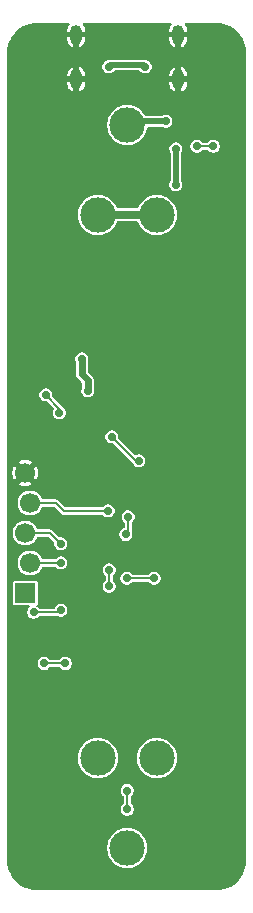
<source format=gbr>
%TF.GenerationSoftware,KiCad,Pcbnew,9.0.7*%
%TF.CreationDate,2026-02-15T21:55:51-05:00*%
%TF.ProjectId,Photon,50686f74-6f6e-42e6-9b69-6361645f7063,1.4*%
%TF.SameCoordinates,Original*%
%TF.FileFunction,Copper,L2,Bot*%
%TF.FilePolarity,Positive*%
%FSLAX46Y46*%
G04 Gerber Fmt 4.6, Leading zero omitted, Abs format (unit mm)*
G04 Created by KiCad (PCBNEW 9.0.7) date 2026-02-15 21:55:51*
%MOMM*%
%LPD*%
G01*
G04 APERTURE LIST*
%TA.AperFunction,ComponentPad*%
%ADD10R,1.700000X1.700000*%
%TD*%
%TA.AperFunction,ComponentPad*%
%ADD11C,1.700000*%
%TD*%
%TA.AperFunction,HeatsinkPad*%
%ADD12O,1.000000X1.700000*%
%TD*%
%TA.AperFunction,ComponentPad*%
%ADD13C,3.000000*%
%TD*%
%TA.AperFunction,ViaPad*%
%ADD14C,0.700000*%
%TD*%
%TA.AperFunction,Conductor*%
%ADD15C,0.200000*%
%TD*%
%TA.AperFunction,Conductor*%
%ADD16C,0.500000*%
%TD*%
%TA.AperFunction,Conductor*%
%ADD17C,0.600000*%
%TD*%
%TA.AperFunction,Conductor*%
%ADD18C,0.700000*%
%TD*%
G04 APERTURE END LIST*
D10*
%TO.P,J2,1,Pin_1*%
%TO.N,+3V3*%
X88705000Y-76555000D03*
D11*
%TO.P,J2,2,Pin_2*%
%TO.N,SWCLK*%
X89105000Y-74015000D03*
%TO.P,J2,3,Pin_3*%
%TO.N,SWDIO*%
X88705000Y-71475000D03*
%TO.P,J2,4,Pin_4*%
%TO.N,NRST*%
X89105000Y-68935000D03*
%TO.P,J2,5,Pin_5*%
%TO.N,GND*%
X88705000Y-66395000D03*
%TD*%
D12*
%TO.P,J1,S1,SHIELD*%
%TO.N,GND*%
X101653800Y-33073000D03*
X101653800Y-29273000D03*
X93013800Y-33073000D03*
X93013800Y-29273000D03*
%TD*%
D13*
%TO.P,BT1,1,+*%
%TO.N,+BATT*%
X97333800Y-36935000D03*
X99833800Y-44535000D03*
X94833800Y-44535000D03*
%TO.P,BT1,2,-*%
%TO.N,/Bat-*%
X99833800Y-90535000D03*
X94833800Y-90535000D03*
X97333800Y-98135000D03*
%TD*%
D14*
%TO.N,GND*%
X92100000Y-62600000D03*
X96500000Y-72900000D03*
X93900000Y-77100000D03*
X92500000Y-75400000D03*
%TO.N,LED2_EN*%
X95800000Y-76000000D03*
X95800000Y-74600000D03*
%TO.N,+3V3*%
X99600000Y-75300000D03*
X97300000Y-75300000D03*
X91700000Y-78000000D03*
X89400000Y-78200000D03*
%TO.N,GND*%
X92100000Y-70700000D03*
X97400000Y-68900000D03*
%TO.N,/BUTN*%
X97200000Y-71600000D03*
X97400000Y-70100000D03*
%TO.N,GND*%
X95500000Y-59300000D03*
%TO.N,SWDIO*%
X91700000Y-72400000D03*
%TO.N,GND*%
X98600000Y-71525000D03*
X87889000Y-40233000D03*
X93900000Y-62800000D03*
X100081000Y-31993000D03*
X106939000Y-79800000D03*
X98303000Y-66395000D03*
X104145000Y-90017000D03*
X102113000Y-67411000D03*
X105161000Y-42011000D03*
X92347500Y-86715000D03*
X106939000Y-51155000D03*
X88143000Y-30581000D03*
X94583800Y-31993000D03*
X92461000Y-41249000D03*
X88143000Y-32105000D03*
X97333800Y-40381400D03*
X90500000Y-47300000D03*
X106939000Y-87477000D03*
X102113000Y-81381000D03*
X97333800Y-89763000D03*
X87889000Y-38709000D03*
X104907000Y-81381000D03*
X97033000Y-85191000D03*
X97200000Y-100700000D03*
X92400000Y-53700000D03*
X88397000Y-59791000D03*
X99827000Y-63601000D03*
X95255000Y-57759000D03*
X97300000Y-59282147D03*
X100843000Y-87477000D03*
X101218500Y-93153800D03*
X98303000Y-57759000D03*
%TO.N,LED2_EN*%
X92094116Y-82524000D03*
X90291000Y-82524000D03*
%TO.N,LED1_EN*%
X91583000Y-61315000D03*
X90427603Y-59789603D03*
%TO.N,SWCLK*%
X91699000Y-74015000D03*
%TO.N,5V*%
X98853800Y-31993000D03*
X95763000Y-31993000D03*
%TO.N,+BATT*%
X101452600Y-38963000D03*
X100608800Y-36626400D03*
X101452600Y-42011000D03*
%TO.N,/VBAT_SYS*%
X96017000Y-63347000D03*
X93992620Y-59432620D03*
X93477000Y-56740206D03*
X98303000Y-65379000D03*
%TO.N,/VM*%
X97333800Y-93281000D03*
X97333800Y-94881000D03*
%TO.N,/CHRG*%
X103234350Y-38737657D03*
X104624343Y-38737657D03*
%TO.N,NRST*%
X95700000Y-69609620D03*
%TD*%
D15*
%TO.N,LED2_EN*%
X95800000Y-76000000D02*
X95800000Y-74600000D01*
%TO.N,NRST*%
X91279000Y-68935000D02*
X89105000Y-68935000D01*
X95700000Y-69609620D02*
X91953620Y-69609620D01*
X91953620Y-69609620D02*
X91279000Y-68935000D01*
%TO.N,+3V3*%
X97300000Y-75300000D02*
X99600000Y-75300000D01*
X91500000Y-78200000D02*
X91700000Y-78000000D01*
X89400000Y-78200000D02*
X91500000Y-78200000D01*
%TO.N,SWDIO*%
X90771000Y-71475000D02*
X88905000Y-71475000D01*
X91620000Y-72320000D02*
X91616000Y-72320000D01*
X91700000Y-72400000D02*
X91620000Y-72320000D01*
X91616000Y-72320000D02*
X90771000Y-71475000D01*
%TO.N,/BUTN*%
X97400000Y-70100000D02*
X97400000Y-71400000D01*
X97400000Y-71400000D02*
X97200000Y-71600000D01*
%TO.N,LED2_EN*%
X92094116Y-82397000D02*
X92094116Y-82273000D01*
X92094116Y-82524000D02*
X90291000Y-82524000D01*
%TO.N,LED1_EN*%
X90427603Y-59789603D02*
X91583000Y-60945000D01*
X91583000Y-60945000D02*
X91583000Y-61315000D01*
%TO.N,SWCLK*%
X91699000Y-74015000D02*
X89105000Y-74015000D01*
D16*
%TO.N,5V*%
X95905000Y-31851000D02*
X95763000Y-31993000D01*
X98853800Y-31993000D02*
X98711800Y-31851000D01*
X98711800Y-31851000D02*
X95905000Y-31851000D01*
D17*
%TO.N,+BATT*%
X98025200Y-36626400D02*
X97333800Y-35935000D01*
D16*
X100608800Y-36626400D02*
X97642400Y-36626400D01*
D18*
X94833800Y-44535000D02*
X99833800Y-44535000D01*
D16*
X97642400Y-36626400D02*
X97333800Y-36935000D01*
X101452600Y-42011000D02*
X101452600Y-38963000D01*
D17*
%TO.N,/VBAT_SYS*%
X93985000Y-59425000D02*
X93992620Y-59432620D01*
D15*
X98049000Y-65379000D02*
X96017000Y-63347000D01*
D17*
X93985000Y-58506000D02*
X93985000Y-59425000D01*
D15*
X98303000Y-65379000D02*
X98049000Y-65379000D01*
D17*
X93477000Y-57998000D02*
X93985000Y-58506000D01*
X93477000Y-56740206D02*
X93477000Y-57998000D01*
D15*
%TO.N,/VM*%
X97333800Y-93281000D02*
X97333800Y-94881000D01*
%TO.N,/CHRG*%
X104624343Y-38737657D02*
X103234350Y-38737657D01*
%TD*%
%TA.AperFunction,Conductor*%
%TO.N,GND*%
G36*
X92409385Y-28306407D02*
G01*
X92445349Y-28355907D01*
X92445349Y-28417093D01*
X92433510Y-28441501D01*
X92349158Y-28567742D01*
X92292623Y-28704229D01*
X92292621Y-28704235D01*
X92263800Y-28849128D01*
X92263800Y-29022999D01*
X92263801Y-29023000D01*
X92763800Y-29023000D01*
X92763800Y-29523001D01*
X92763799Y-29523000D01*
X92263801Y-29523000D01*
X92263800Y-29523001D01*
X92263800Y-29696871D01*
X92292621Y-29841764D01*
X92292623Y-29841770D01*
X92349158Y-29978257D01*
X92431234Y-30101093D01*
X92535706Y-30205565D01*
X92658544Y-30287642D01*
X92763799Y-30331240D01*
X92763800Y-30331239D01*
X92763800Y-29672728D01*
X92801860Y-29764614D01*
X92872186Y-29834940D01*
X92964072Y-29873000D01*
X93063528Y-29873000D01*
X93155414Y-29834940D01*
X93225740Y-29764614D01*
X93263800Y-29672728D01*
X93263800Y-30331240D01*
X93369055Y-30287642D01*
X93491893Y-30205565D01*
X93596365Y-30101093D01*
X93678441Y-29978257D01*
X93734976Y-29841770D01*
X93734978Y-29841764D01*
X93763799Y-29696871D01*
X93763800Y-29696867D01*
X93763800Y-29523001D01*
X93763799Y-29523000D01*
X93263801Y-29523000D01*
X93263800Y-29523001D01*
X93263800Y-29023000D01*
X93763799Y-29023000D01*
X93763800Y-29022999D01*
X93763800Y-28849132D01*
X93763799Y-28849128D01*
X93734978Y-28704235D01*
X93734976Y-28704229D01*
X93678441Y-28567742D01*
X93594090Y-28441501D01*
X93577482Y-28382613D01*
X93598660Y-28325209D01*
X93649534Y-28291217D01*
X93676406Y-28287500D01*
X100991194Y-28287500D01*
X101049385Y-28306407D01*
X101085349Y-28355907D01*
X101085349Y-28417093D01*
X101073510Y-28441501D01*
X100989158Y-28567742D01*
X100932623Y-28704229D01*
X100932621Y-28704235D01*
X100903800Y-28849128D01*
X100903800Y-29022999D01*
X100903801Y-29023000D01*
X101403800Y-29023000D01*
X101403800Y-29523001D01*
X101403799Y-29523000D01*
X100903801Y-29523000D01*
X100903800Y-29523001D01*
X100903800Y-29696871D01*
X100932621Y-29841764D01*
X100932623Y-29841770D01*
X100989158Y-29978257D01*
X101071234Y-30101093D01*
X101175706Y-30205565D01*
X101298544Y-30287642D01*
X101403799Y-30331240D01*
X101403800Y-30331239D01*
X101403800Y-29672728D01*
X101441860Y-29764614D01*
X101512186Y-29834940D01*
X101604072Y-29873000D01*
X101703528Y-29873000D01*
X101795414Y-29834940D01*
X101865740Y-29764614D01*
X101903800Y-29672728D01*
X101903800Y-30331240D01*
X102009055Y-30287642D01*
X102131893Y-30205565D01*
X102236365Y-30101093D01*
X102318441Y-29978257D01*
X102374976Y-29841770D01*
X102374978Y-29841764D01*
X102403799Y-29696871D01*
X102403800Y-29696867D01*
X102403800Y-29523001D01*
X102403799Y-29523000D01*
X101903801Y-29523000D01*
X101903800Y-29523001D01*
X101903800Y-29023000D01*
X102403799Y-29023000D01*
X102403800Y-29022999D01*
X102403800Y-28849132D01*
X102403799Y-28849128D01*
X102374978Y-28704235D01*
X102374976Y-28704229D01*
X102318441Y-28567742D01*
X102234090Y-28441501D01*
X102217482Y-28382613D01*
X102238660Y-28325209D01*
X102289534Y-28291217D01*
X102316406Y-28287500D01*
X104841108Y-28287500D01*
X104904015Y-28287500D01*
X104909992Y-28287681D01*
X105202309Y-28305362D01*
X105214164Y-28306802D01*
X105499281Y-28359051D01*
X105510883Y-28361911D01*
X105787623Y-28448147D01*
X105798786Y-28452380D01*
X106055109Y-28567742D01*
X106063119Y-28571347D01*
X106073704Y-28576903D01*
X106321758Y-28726856D01*
X106331583Y-28733638D01*
X106509813Y-28873272D01*
X106559755Y-28912399D01*
X106568704Y-28920326D01*
X106773673Y-29125295D01*
X106781600Y-29134244D01*
X106902481Y-29288538D01*
X106960356Y-29362409D01*
X106967147Y-29372248D01*
X107117096Y-29620295D01*
X107122652Y-29630880D01*
X107241616Y-29895206D01*
X107245855Y-29906384D01*
X107332087Y-30183113D01*
X107334948Y-30194721D01*
X107387196Y-30479828D01*
X107388637Y-30491695D01*
X107406319Y-30784006D01*
X107406500Y-30789984D01*
X107406500Y-99206015D01*
X107406319Y-99211993D01*
X107388637Y-99504304D01*
X107387196Y-99516171D01*
X107334948Y-99801278D01*
X107332087Y-99812886D01*
X107245855Y-100089615D01*
X107241616Y-100100793D01*
X107122652Y-100365119D01*
X107117096Y-100375704D01*
X106967147Y-100623751D01*
X106960356Y-100633590D01*
X106781600Y-100861755D01*
X106773673Y-100870704D01*
X106568704Y-101075673D01*
X106559755Y-101083600D01*
X106331590Y-101262356D01*
X106321751Y-101269147D01*
X106073704Y-101419096D01*
X106063119Y-101424652D01*
X105798793Y-101543616D01*
X105787615Y-101547855D01*
X105510886Y-101634087D01*
X105499278Y-101636948D01*
X105214171Y-101689196D01*
X105202304Y-101690637D01*
X104931120Y-101707041D01*
X104910008Y-101708318D01*
X104904032Y-101708499D01*
X89669985Y-101708499D01*
X89664008Y-101708318D01*
X89640564Y-101706899D01*
X89371695Y-101690636D01*
X89359828Y-101689195D01*
X89074722Y-101636947D01*
X89063114Y-101634086D01*
X88786384Y-101547854D01*
X88775206Y-101543615D01*
X88510881Y-101424651D01*
X88500296Y-101419095D01*
X88339943Y-101322159D01*
X88252246Y-101269144D01*
X88242414Y-101262357D01*
X88014245Y-101083599D01*
X88005296Y-101075672D01*
X87800327Y-100870703D01*
X87792400Y-100861754D01*
X87671520Y-100707462D01*
X87613639Y-100633582D01*
X87606854Y-100623751D01*
X87456904Y-100375703D01*
X87451348Y-100365118D01*
X87332384Y-100100793D01*
X87328148Y-100089623D01*
X87241912Y-99812882D01*
X87239052Y-99801277D01*
X87229419Y-99748710D01*
X87186803Y-99516164D01*
X87185363Y-99504303D01*
X87167681Y-99211963D01*
X87167500Y-99205986D01*
X87167500Y-98023542D01*
X95633300Y-98023542D01*
X95633300Y-98246457D01*
X95662395Y-98467455D01*
X95662395Y-98467460D01*
X95720090Y-98682782D01*
X95805392Y-98888722D01*
X95805395Y-98888727D01*
X95916850Y-99081771D01*
X95916852Y-99081774D01*
X96052553Y-99258624D01*
X96210176Y-99416247D01*
X96387026Y-99551948D01*
X96387028Y-99551949D01*
X96580072Y-99663404D01*
X96580077Y-99663407D01*
X96724553Y-99723250D01*
X96786019Y-99748710D01*
X97001337Y-99806404D01*
X97222343Y-99835500D01*
X97222344Y-99835500D01*
X97445256Y-99835500D01*
X97445257Y-99835500D01*
X97666263Y-99806404D01*
X97881581Y-99748710D01*
X98011447Y-99694917D01*
X98087522Y-99663407D01*
X98087523Y-99663405D01*
X98087526Y-99663405D01*
X98280574Y-99551948D01*
X98457424Y-99416247D01*
X98615047Y-99258624D01*
X98750748Y-99081774D01*
X98862205Y-98888726D01*
X98947510Y-98682781D01*
X99005204Y-98467463D01*
X99034300Y-98246457D01*
X99034300Y-98023543D01*
X99005204Y-97802537D01*
X98947510Y-97587219D01*
X98931753Y-97549179D01*
X98862207Y-97381277D01*
X98862204Y-97381272D01*
X98750749Y-97188228D01*
X98750748Y-97188226D01*
X98615047Y-97011376D01*
X98457424Y-96853753D01*
X98280574Y-96718052D01*
X98280571Y-96718050D01*
X98087527Y-96606595D01*
X98087522Y-96606592D01*
X97881582Y-96521290D01*
X97786639Y-96495850D01*
X97666263Y-96463596D01*
X97666260Y-96463595D01*
X97666258Y-96463595D01*
X97445257Y-96434500D01*
X97222343Y-96434500D01*
X97222342Y-96434500D01*
X97001344Y-96463595D01*
X97001339Y-96463595D01*
X96786017Y-96521290D01*
X96580077Y-96606592D01*
X96580072Y-96606595D01*
X96387028Y-96718050D01*
X96210179Y-96853750D01*
X96052550Y-97011379D01*
X95916850Y-97188228D01*
X95805395Y-97381272D01*
X95805392Y-97381277D01*
X95720090Y-97587217D01*
X95662395Y-97802539D01*
X95662395Y-97802544D01*
X95633300Y-98023542D01*
X87167500Y-98023542D01*
X87167500Y-93208525D01*
X96783300Y-93208525D01*
X96783300Y-93353474D01*
X96820817Y-93493489D01*
X96893287Y-93619010D01*
X96893289Y-93619012D01*
X96893291Y-93619015D01*
X96995785Y-93721509D01*
X96995787Y-93721510D01*
X97000374Y-93726097D01*
X96999180Y-93727290D01*
X97029220Y-93770989D01*
X97033300Y-93799116D01*
X97033300Y-94362882D01*
X97014393Y-94421073D01*
X97000157Y-94435686D01*
X97000373Y-94435902D01*
X96893291Y-94542984D01*
X96893287Y-94542989D01*
X96820817Y-94668510D01*
X96783300Y-94808525D01*
X96783300Y-94953474D01*
X96820817Y-95093489D01*
X96893287Y-95219010D01*
X96893289Y-95219012D01*
X96893291Y-95219015D01*
X96995785Y-95321509D01*
X96995787Y-95321510D01*
X96995789Y-95321512D01*
X97121311Y-95393982D01*
X97121312Y-95393982D01*
X97121315Y-95393984D01*
X97261325Y-95431500D01*
X97261326Y-95431500D01*
X97406274Y-95431500D01*
X97406275Y-95431500D01*
X97546285Y-95393984D01*
X97546287Y-95393982D01*
X97546289Y-95393982D01*
X97671810Y-95321512D01*
X97671810Y-95321511D01*
X97671815Y-95321509D01*
X97774309Y-95219015D01*
X97846784Y-95093485D01*
X97884300Y-94953475D01*
X97884300Y-94808525D01*
X97846784Y-94668515D01*
X97846782Y-94668512D01*
X97846782Y-94668510D01*
X97774312Y-94542989D01*
X97774308Y-94542984D01*
X97667227Y-94435902D01*
X97668417Y-94434711D01*
X97638374Y-94390990D01*
X97634300Y-94362882D01*
X97634300Y-93799116D01*
X97653207Y-93740925D01*
X97667442Y-93726313D01*
X97667226Y-93726097D01*
X97671812Y-93721510D01*
X97671815Y-93721509D01*
X97774309Y-93619015D01*
X97846784Y-93493485D01*
X97884300Y-93353475D01*
X97884300Y-93208525D01*
X97846784Y-93068515D01*
X97846782Y-93068512D01*
X97846782Y-93068510D01*
X97774312Y-92942989D01*
X97774310Y-92942987D01*
X97774309Y-92942985D01*
X97671815Y-92840491D01*
X97671812Y-92840489D01*
X97671810Y-92840487D01*
X97546288Y-92768017D01*
X97546289Y-92768017D01*
X97516696Y-92760087D01*
X97406275Y-92730500D01*
X97261325Y-92730500D01*
X97199590Y-92747041D01*
X97121310Y-92768017D01*
X96995789Y-92840487D01*
X96893287Y-92942989D01*
X96820817Y-93068510D01*
X96783300Y-93208525D01*
X87167500Y-93208525D01*
X87167500Y-90423542D01*
X93133300Y-90423542D01*
X93133300Y-90646457D01*
X93162395Y-90867455D01*
X93162395Y-90867460D01*
X93220090Y-91082782D01*
X93305392Y-91288722D01*
X93305395Y-91288727D01*
X93416850Y-91481771D01*
X93416852Y-91481774D01*
X93552553Y-91658624D01*
X93710176Y-91816247D01*
X93887026Y-91951948D01*
X93887028Y-91951949D01*
X94080072Y-92063404D01*
X94080077Y-92063407D01*
X94247979Y-92132953D01*
X94286019Y-92148710D01*
X94501337Y-92206404D01*
X94722343Y-92235500D01*
X94722344Y-92235500D01*
X94945256Y-92235500D01*
X94945257Y-92235500D01*
X95166263Y-92206404D01*
X95381581Y-92148710D01*
X95511447Y-92094917D01*
X95587522Y-92063407D01*
X95587523Y-92063405D01*
X95587526Y-92063405D01*
X95780574Y-91951948D01*
X95957424Y-91816247D01*
X96115047Y-91658624D01*
X96250748Y-91481774D01*
X96362205Y-91288726D01*
X96447510Y-91082781D01*
X96505204Y-90867463D01*
X96534300Y-90646457D01*
X96534300Y-90423543D01*
X96534300Y-90423542D01*
X98133300Y-90423542D01*
X98133300Y-90646457D01*
X98162395Y-90867455D01*
X98162395Y-90867460D01*
X98220090Y-91082782D01*
X98305392Y-91288722D01*
X98305395Y-91288727D01*
X98416850Y-91481771D01*
X98416852Y-91481774D01*
X98552553Y-91658624D01*
X98710176Y-91816247D01*
X98887026Y-91951948D01*
X98887028Y-91951949D01*
X99080072Y-92063404D01*
X99080077Y-92063407D01*
X99247979Y-92132953D01*
X99286019Y-92148710D01*
X99501337Y-92206404D01*
X99722343Y-92235500D01*
X99722344Y-92235500D01*
X99945256Y-92235500D01*
X99945257Y-92235500D01*
X100166263Y-92206404D01*
X100381581Y-92148710D01*
X100511447Y-92094917D01*
X100587522Y-92063407D01*
X100587523Y-92063405D01*
X100587526Y-92063405D01*
X100780574Y-91951948D01*
X100957424Y-91816247D01*
X101115047Y-91658624D01*
X101250748Y-91481774D01*
X101362205Y-91288726D01*
X101447510Y-91082781D01*
X101505204Y-90867463D01*
X101534300Y-90646457D01*
X101534300Y-90423543D01*
X101505204Y-90202537D01*
X101447510Y-89987219D01*
X101431753Y-89949179D01*
X101362207Y-89781277D01*
X101362204Y-89781272D01*
X101250749Y-89588228D01*
X101250748Y-89588226D01*
X101115047Y-89411376D01*
X100957424Y-89253753D01*
X100780574Y-89118052D01*
X100780571Y-89118050D01*
X100587527Y-89006595D01*
X100587522Y-89006592D01*
X100381582Y-88921290D01*
X100286639Y-88895850D01*
X100166263Y-88863596D01*
X100166260Y-88863595D01*
X100166258Y-88863595D01*
X99945257Y-88834500D01*
X99722343Y-88834500D01*
X99722342Y-88834500D01*
X99501344Y-88863595D01*
X99501339Y-88863595D01*
X99286017Y-88921290D01*
X99080077Y-89006592D01*
X99080072Y-89006595D01*
X98887028Y-89118050D01*
X98710179Y-89253750D01*
X98552550Y-89411379D01*
X98416850Y-89588228D01*
X98305395Y-89781272D01*
X98305392Y-89781277D01*
X98220090Y-89987217D01*
X98162395Y-90202539D01*
X98162395Y-90202544D01*
X98133300Y-90423542D01*
X96534300Y-90423542D01*
X96505204Y-90202537D01*
X96447510Y-89987219D01*
X96431753Y-89949179D01*
X96362207Y-89781277D01*
X96362204Y-89781272D01*
X96250749Y-89588228D01*
X96250748Y-89588226D01*
X96115047Y-89411376D01*
X95957424Y-89253753D01*
X95780574Y-89118052D01*
X95780571Y-89118050D01*
X95587527Y-89006595D01*
X95587522Y-89006592D01*
X95381582Y-88921290D01*
X95286639Y-88895850D01*
X95166263Y-88863596D01*
X95166260Y-88863595D01*
X95166258Y-88863595D01*
X94945257Y-88834500D01*
X94722343Y-88834500D01*
X94722342Y-88834500D01*
X94501344Y-88863595D01*
X94501339Y-88863595D01*
X94286017Y-88921290D01*
X94080077Y-89006592D01*
X94080072Y-89006595D01*
X93887028Y-89118050D01*
X93710179Y-89253750D01*
X93552550Y-89411379D01*
X93416850Y-89588228D01*
X93305395Y-89781272D01*
X93305392Y-89781277D01*
X93220090Y-89987217D01*
X93162395Y-90202539D01*
X93162395Y-90202544D01*
X93133300Y-90423542D01*
X87167500Y-90423542D01*
X87167500Y-82451525D01*
X89740500Y-82451525D01*
X89740500Y-82596474D01*
X89778017Y-82736489D01*
X89850487Y-82862010D01*
X89850489Y-82862012D01*
X89850491Y-82862015D01*
X89952985Y-82964509D01*
X89952987Y-82964510D01*
X89952989Y-82964512D01*
X90078511Y-83036982D01*
X90078512Y-83036982D01*
X90078515Y-83036984D01*
X90218525Y-83074500D01*
X90218526Y-83074500D01*
X90363474Y-83074500D01*
X90363475Y-83074500D01*
X90503485Y-83036984D01*
X90503487Y-83036982D01*
X90503489Y-83036982D01*
X90629010Y-82964512D01*
X90629010Y-82964511D01*
X90629015Y-82964509D01*
X90731509Y-82862015D01*
X90731510Y-82862012D01*
X90736097Y-82857426D01*
X90737290Y-82858619D01*
X90780989Y-82828580D01*
X90809116Y-82824500D01*
X91576000Y-82824500D01*
X91634191Y-82843407D01*
X91648802Y-82857642D01*
X91649019Y-82857426D01*
X91653605Y-82862012D01*
X91653607Y-82862015D01*
X91756101Y-82964509D01*
X91756103Y-82964510D01*
X91756105Y-82964512D01*
X91881627Y-83036982D01*
X91881628Y-83036982D01*
X91881631Y-83036984D01*
X92021641Y-83074500D01*
X92021642Y-83074500D01*
X92166590Y-83074500D01*
X92166591Y-83074500D01*
X92306601Y-83036984D01*
X92306603Y-83036982D01*
X92306605Y-83036982D01*
X92432126Y-82964512D01*
X92432126Y-82964511D01*
X92432131Y-82964509D01*
X92534625Y-82862015D01*
X92537150Y-82857642D01*
X92607098Y-82736489D01*
X92607098Y-82736487D01*
X92607100Y-82736485D01*
X92644616Y-82596475D01*
X92644616Y-82451525D01*
X92607100Y-82311515D01*
X92607098Y-82311512D01*
X92607098Y-82311510D01*
X92534628Y-82185989D01*
X92534626Y-82185987D01*
X92534625Y-82185985D01*
X92432131Y-82083491D01*
X92432128Y-82083489D01*
X92432126Y-82083487D01*
X92306604Y-82011017D01*
X92306605Y-82011017D01*
X92277012Y-82003087D01*
X92166591Y-81973500D01*
X92166590Y-81973500D01*
X92137410Y-81973500D01*
X92133678Y-81972500D01*
X92054554Y-81972500D01*
X92050822Y-81973500D01*
X92021641Y-81973500D01*
X91959906Y-81990041D01*
X91881626Y-82011017D01*
X91756105Y-82083487D01*
X91756104Y-82083488D01*
X91756101Y-82083490D01*
X91756101Y-82083491D01*
X91653607Y-82185985D01*
X91653605Y-82185987D01*
X91649019Y-82190574D01*
X91647825Y-82189380D01*
X91604127Y-82219420D01*
X91576000Y-82223500D01*
X90809116Y-82223500D01*
X90750925Y-82204593D01*
X90736313Y-82190357D01*
X90736097Y-82190574D01*
X90731510Y-82185987D01*
X90731509Y-82185985D01*
X90629015Y-82083491D01*
X90629012Y-82083489D01*
X90629010Y-82083487D01*
X90503488Y-82011017D01*
X90503489Y-82011017D01*
X90473896Y-82003087D01*
X90363475Y-81973500D01*
X90218525Y-81973500D01*
X90156790Y-81990041D01*
X90078510Y-82011017D01*
X89952989Y-82083487D01*
X89850487Y-82185989D01*
X89778017Y-82311510D01*
X89740500Y-82451525D01*
X87167500Y-82451525D01*
X87167500Y-75685253D01*
X87654500Y-75685253D01*
X87654500Y-77424746D01*
X87654501Y-77424758D01*
X87666132Y-77483227D01*
X87666134Y-77483233D01*
X87710445Y-77549548D01*
X87710448Y-77549552D01*
X87776769Y-77593867D01*
X87821231Y-77602711D01*
X87835241Y-77605498D01*
X87835246Y-77605498D01*
X87835252Y-77605500D01*
X87835253Y-77605500D01*
X88976969Y-77605500D01*
X89035160Y-77624407D01*
X89071124Y-77673907D01*
X89071124Y-77735093D01*
X89046974Y-77774501D01*
X88995352Y-77826124D01*
X88959488Y-77861988D01*
X88959487Y-77861989D01*
X88887017Y-77987510D01*
X88849500Y-78127525D01*
X88849500Y-78272474D01*
X88887017Y-78412489D01*
X88959487Y-78538010D01*
X88959489Y-78538012D01*
X88959491Y-78538015D01*
X89061985Y-78640509D01*
X89061987Y-78640510D01*
X89061989Y-78640512D01*
X89187511Y-78712982D01*
X89187512Y-78712982D01*
X89187515Y-78712984D01*
X89327525Y-78750500D01*
X89327526Y-78750500D01*
X89472474Y-78750500D01*
X89472475Y-78750500D01*
X89612485Y-78712984D01*
X89612487Y-78712982D01*
X89612489Y-78712982D01*
X89738010Y-78640512D01*
X89738010Y-78640511D01*
X89738015Y-78640509D01*
X89840509Y-78538015D01*
X89840510Y-78538012D01*
X89845097Y-78533426D01*
X89846290Y-78534619D01*
X89889989Y-78504580D01*
X89918116Y-78500500D01*
X91439365Y-78500500D01*
X91481038Y-78511665D01*
X91481521Y-78510501D01*
X91487513Y-78512983D01*
X91487515Y-78512984D01*
X91627525Y-78550500D01*
X91627526Y-78550500D01*
X91772474Y-78550500D01*
X91772475Y-78550500D01*
X91912485Y-78512984D01*
X91912487Y-78512982D01*
X91912489Y-78512982D01*
X92038010Y-78440512D01*
X92038010Y-78440511D01*
X92038015Y-78440509D01*
X92140509Y-78338015D01*
X92212984Y-78212485D01*
X92250500Y-78072475D01*
X92250500Y-77927525D01*
X92212984Y-77787515D01*
X92212982Y-77787511D01*
X92212982Y-77787510D01*
X92140512Y-77661989D01*
X92140510Y-77661987D01*
X92140509Y-77661985D01*
X92038015Y-77559491D01*
X92038012Y-77559489D01*
X92038010Y-77559487D01*
X91912488Y-77487017D01*
X91912489Y-77487017D01*
X91882896Y-77479087D01*
X91772475Y-77449500D01*
X91627525Y-77449500D01*
X91565790Y-77466041D01*
X91487510Y-77487017D01*
X91361989Y-77559487D01*
X91259487Y-77661989D01*
X91187017Y-77787511D01*
X91187015Y-77787515D01*
X91176670Y-77826124D01*
X91143346Y-77877438D01*
X91086224Y-77899364D01*
X91081044Y-77899500D01*
X89918116Y-77899500D01*
X89859925Y-77880593D01*
X89845313Y-77866357D01*
X89845097Y-77866574D01*
X89840510Y-77861987D01*
X89840509Y-77861985D01*
X89738015Y-77759491D01*
X89686700Y-77729864D01*
X89645761Y-77684396D01*
X89639365Y-77623546D01*
X89669958Y-77570558D01*
X89681192Y-77561819D01*
X89699552Y-77549552D01*
X89743867Y-77483231D01*
X89755500Y-77424748D01*
X89755500Y-75685252D01*
X89743867Y-75626769D01*
X89699552Y-75560448D01*
X89689470Y-75553711D01*
X89633233Y-75516134D01*
X89633231Y-75516133D01*
X89633228Y-75516132D01*
X89633227Y-75516132D01*
X89574758Y-75504501D01*
X89574748Y-75504500D01*
X87835252Y-75504500D01*
X87835251Y-75504500D01*
X87835241Y-75504501D01*
X87776772Y-75516132D01*
X87776766Y-75516134D01*
X87710451Y-75560445D01*
X87710445Y-75560451D01*
X87666134Y-75626766D01*
X87666132Y-75626772D01*
X87654501Y-75685241D01*
X87654500Y-75685253D01*
X87167500Y-75685253D01*
X87167500Y-73911532D01*
X88054500Y-73911532D01*
X88054500Y-74118467D01*
X88094869Y-74321418D01*
X88174058Y-74512597D01*
X88289020Y-74684651D01*
X88289023Y-74684655D01*
X88435345Y-74830977D01*
X88607402Y-74945941D01*
X88798580Y-75025130D01*
X89001535Y-75065500D01*
X89001536Y-75065500D01*
X89208464Y-75065500D01*
X89208465Y-75065500D01*
X89411420Y-75025130D01*
X89602598Y-74945941D01*
X89774655Y-74830977D01*
X89920977Y-74684655D01*
X90035941Y-74512598D01*
X90071505Y-74426737D01*
X90092268Y-74376614D01*
X90132005Y-74330088D01*
X90183732Y-74315500D01*
X91180884Y-74315500D01*
X91239075Y-74334407D01*
X91253686Y-74348642D01*
X91253903Y-74348426D01*
X91258489Y-74353012D01*
X91258491Y-74353015D01*
X91360985Y-74455509D01*
X91360987Y-74455510D01*
X91360989Y-74455512D01*
X91486511Y-74527982D01*
X91486512Y-74527982D01*
X91486515Y-74527984D01*
X91626525Y-74565500D01*
X91626526Y-74565500D01*
X91771474Y-74565500D01*
X91771475Y-74565500D01*
X91911485Y-74527984D01*
X91911487Y-74527982D01*
X91911489Y-74527982D01*
X91912281Y-74527525D01*
X95249500Y-74527525D01*
X95249500Y-74672474D01*
X95287017Y-74812489D01*
X95359487Y-74938010D01*
X95359489Y-74938012D01*
X95359491Y-74938015D01*
X95461985Y-75040509D01*
X95461987Y-75040510D01*
X95466574Y-75045097D01*
X95465380Y-75046290D01*
X95495420Y-75089989D01*
X95499500Y-75118116D01*
X95499500Y-75481882D01*
X95480593Y-75540073D01*
X95466357Y-75554686D01*
X95466573Y-75554902D01*
X95359491Y-75661984D01*
X95359487Y-75661989D01*
X95287017Y-75787510D01*
X95249500Y-75927525D01*
X95249500Y-76072474D01*
X95287017Y-76212489D01*
X95359487Y-76338010D01*
X95359489Y-76338012D01*
X95359491Y-76338015D01*
X95461985Y-76440509D01*
X95461987Y-76440510D01*
X95461989Y-76440512D01*
X95587511Y-76512982D01*
X95587512Y-76512982D01*
X95587515Y-76512984D01*
X95727525Y-76550500D01*
X95727526Y-76550500D01*
X95872474Y-76550500D01*
X95872475Y-76550500D01*
X96012485Y-76512984D01*
X96012487Y-76512982D01*
X96012489Y-76512982D01*
X96138010Y-76440512D01*
X96138010Y-76440511D01*
X96138015Y-76440509D01*
X96240509Y-76338015D01*
X96312984Y-76212485D01*
X96350500Y-76072475D01*
X96350500Y-75927525D01*
X96312984Y-75787515D01*
X96312982Y-75787512D01*
X96312982Y-75787510D01*
X96240512Y-75661989D01*
X96240508Y-75661984D01*
X96133427Y-75554902D01*
X96134617Y-75553711D01*
X96104574Y-75509990D01*
X96100500Y-75481882D01*
X96100500Y-75227525D01*
X96749500Y-75227525D01*
X96749500Y-75372474D01*
X96787017Y-75512489D01*
X96859487Y-75638010D01*
X96859489Y-75638012D01*
X96859491Y-75638015D01*
X96961985Y-75740509D01*
X96961987Y-75740510D01*
X96961989Y-75740512D01*
X97087511Y-75812982D01*
X97087512Y-75812982D01*
X97087515Y-75812984D01*
X97227525Y-75850500D01*
X97227526Y-75850500D01*
X97372474Y-75850500D01*
X97372475Y-75850500D01*
X97512485Y-75812984D01*
X97512487Y-75812982D01*
X97512489Y-75812982D01*
X97638010Y-75740512D01*
X97638010Y-75740511D01*
X97638015Y-75740509D01*
X97740509Y-75638015D01*
X97740510Y-75638012D01*
X97745097Y-75633426D01*
X97746290Y-75634619D01*
X97789989Y-75604580D01*
X97818116Y-75600500D01*
X99081884Y-75600500D01*
X99140075Y-75619407D01*
X99154686Y-75633642D01*
X99154903Y-75633426D01*
X99159489Y-75638012D01*
X99159491Y-75638015D01*
X99261985Y-75740509D01*
X99261987Y-75740510D01*
X99261989Y-75740512D01*
X99387511Y-75812982D01*
X99387512Y-75812982D01*
X99387515Y-75812984D01*
X99527525Y-75850500D01*
X99527526Y-75850500D01*
X99672474Y-75850500D01*
X99672475Y-75850500D01*
X99812485Y-75812984D01*
X99812487Y-75812982D01*
X99812489Y-75812982D01*
X99938010Y-75740512D01*
X99938010Y-75740511D01*
X99938015Y-75740509D01*
X100040509Y-75638015D01*
X100043034Y-75633642D01*
X100112982Y-75512489D01*
X100112982Y-75512487D01*
X100112984Y-75512485D01*
X100150500Y-75372475D01*
X100150500Y-75227525D01*
X100112984Y-75087515D01*
X100112982Y-75087512D01*
X100112982Y-75087510D01*
X100040512Y-74961989D01*
X100040510Y-74961987D01*
X100040509Y-74961985D01*
X99938015Y-74859491D01*
X99938012Y-74859489D01*
X99938010Y-74859487D01*
X99812488Y-74787017D01*
X99812489Y-74787017D01*
X99782896Y-74779087D01*
X99672475Y-74749500D01*
X99527525Y-74749500D01*
X99465790Y-74766041D01*
X99387510Y-74787017D01*
X99261989Y-74859487D01*
X99261988Y-74859488D01*
X99261985Y-74859490D01*
X99261985Y-74859491D01*
X99159491Y-74961985D01*
X99159489Y-74961987D01*
X99154903Y-74966574D01*
X99153709Y-74965380D01*
X99110011Y-74995420D01*
X99081884Y-74999500D01*
X97818116Y-74999500D01*
X97759925Y-74980593D01*
X97745313Y-74966357D01*
X97745097Y-74966574D01*
X97740510Y-74961987D01*
X97740509Y-74961985D01*
X97638015Y-74859491D01*
X97638012Y-74859489D01*
X97638010Y-74859487D01*
X97512488Y-74787017D01*
X97512489Y-74787017D01*
X97482896Y-74779087D01*
X97372475Y-74749500D01*
X97227525Y-74749500D01*
X97165790Y-74766041D01*
X97087510Y-74787017D01*
X96961989Y-74859487D01*
X96859487Y-74961989D01*
X96787017Y-75087510D01*
X96749500Y-75227525D01*
X96100500Y-75227525D01*
X96100500Y-75118116D01*
X96119407Y-75059925D01*
X96133642Y-75045313D01*
X96133426Y-75045097D01*
X96138012Y-75040510D01*
X96138015Y-75040509D01*
X96240509Y-74938015D01*
X96285847Y-74859488D01*
X96312982Y-74812489D01*
X96312982Y-74812487D01*
X96312984Y-74812485D01*
X96350500Y-74672475D01*
X96350500Y-74527525D01*
X96312984Y-74387515D01*
X96312982Y-74387512D01*
X96312982Y-74387510D01*
X96240512Y-74261989D01*
X96240510Y-74261987D01*
X96240509Y-74261985D01*
X96138015Y-74159491D01*
X96138012Y-74159489D01*
X96138010Y-74159487D01*
X96012488Y-74087017D01*
X96012489Y-74087017D01*
X95982896Y-74079087D01*
X95872475Y-74049500D01*
X95727525Y-74049500D01*
X95665790Y-74066041D01*
X95587510Y-74087017D01*
X95461989Y-74159487D01*
X95359487Y-74261989D01*
X95287017Y-74387510D01*
X95249500Y-74527525D01*
X91912281Y-74527525D01*
X92037010Y-74455512D01*
X92037010Y-74455511D01*
X92037015Y-74455509D01*
X92139509Y-74353015D01*
X92142034Y-74348642D01*
X92211982Y-74227489D01*
X92211982Y-74227487D01*
X92211984Y-74227485D01*
X92249500Y-74087475D01*
X92249500Y-73942525D01*
X92211984Y-73802515D01*
X92211982Y-73802512D01*
X92211982Y-73802510D01*
X92139512Y-73676989D01*
X92139510Y-73676987D01*
X92139509Y-73676985D01*
X92037015Y-73574491D01*
X92037012Y-73574489D01*
X92037010Y-73574487D01*
X91911488Y-73502017D01*
X91911489Y-73502017D01*
X91881896Y-73494087D01*
X91771475Y-73464500D01*
X91626525Y-73464500D01*
X91564790Y-73481041D01*
X91486510Y-73502017D01*
X91360989Y-73574487D01*
X91360988Y-73574488D01*
X91360985Y-73574490D01*
X91360985Y-73574491D01*
X91258491Y-73676985D01*
X91258489Y-73676987D01*
X91253903Y-73681574D01*
X91252709Y-73680380D01*
X91209011Y-73710420D01*
X91180884Y-73714500D01*
X90183732Y-73714500D01*
X90125541Y-73695593D01*
X90092268Y-73653386D01*
X90035941Y-73517402D01*
X89920979Y-73345348D01*
X89920977Y-73345345D01*
X89774655Y-73199023D01*
X89602598Y-73084059D01*
X89602599Y-73084059D01*
X89602597Y-73084058D01*
X89411418Y-73004869D01*
X89208467Y-72964500D01*
X89208465Y-72964500D01*
X89001535Y-72964500D01*
X89001532Y-72964500D01*
X88798581Y-73004869D01*
X88607402Y-73084058D01*
X88435348Y-73199020D01*
X88289020Y-73345348D01*
X88174058Y-73517402D01*
X88094869Y-73708581D01*
X88054500Y-73911532D01*
X87167500Y-73911532D01*
X87167500Y-71371532D01*
X87654500Y-71371532D01*
X87654500Y-71578467D01*
X87694869Y-71781418D01*
X87774058Y-71972597D01*
X87867860Y-72112982D01*
X87889023Y-72144655D01*
X88035345Y-72290977D01*
X88207402Y-72405941D01*
X88398580Y-72485130D01*
X88601535Y-72525500D01*
X88601536Y-72525500D01*
X88808464Y-72525500D01*
X88808465Y-72525500D01*
X89011420Y-72485130D01*
X89202598Y-72405941D01*
X89374655Y-72290977D01*
X89520977Y-72144655D01*
X89635941Y-71972598D01*
X89681936Y-71861557D01*
X89692268Y-71836614D01*
X89732005Y-71790088D01*
X89783732Y-71775500D01*
X90605521Y-71775500D01*
X90663712Y-71794407D01*
X90675525Y-71804496D01*
X91120685Y-72249656D01*
X91148462Y-72304173D01*
X91148683Y-72321036D01*
X91149500Y-72321036D01*
X91149500Y-72472474D01*
X91187017Y-72612489D01*
X91259487Y-72738010D01*
X91259489Y-72738012D01*
X91259491Y-72738015D01*
X91361985Y-72840509D01*
X91361987Y-72840510D01*
X91361989Y-72840512D01*
X91487511Y-72912982D01*
X91487512Y-72912982D01*
X91487515Y-72912984D01*
X91627525Y-72950500D01*
X91627526Y-72950500D01*
X91772474Y-72950500D01*
X91772475Y-72950500D01*
X91912485Y-72912984D01*
X91912487Y-72912982D01*
X91912489Y-72912982D01*
X92038010Y-72840512D01*
X92038010Y-72840511D01*
X92038015Y-72840509D01*
X92140509Y-72738015D01*
X92212984Y-72612485D01*
X92250500Y-72472475D01*
X92250500Y-72327525D01*
X92212984Y-72187515D01*
X92212982Y-72187512D01*
X92212982Y-72187510D01*
X92140512Y-72061989D01*
X92140510Y-72061987D01*
X92140509Y-72061985D01*
X92038015Y-71959491D01*
X92038012Y-71959489D01*
X92038010Y-71959487D01*
X91912488Y-71887017D01*
X91912489Y-71887017D01*
X91882896Y-71879087D01*
X91772475Y-71849500D01*
X91627525Y-71849500D01*
X91627516Y-71849500D01*
X91625501Y-71849765D01*
X91624072Y-71849500D01*
X91621036Y-71849500D01*
X91621036Y-71848937D01*
X91565342Y-71838609D01*
X91542586Y-71821615D01*
X91312011Y-71591040D01*
X91312009Y-71591037D01*
X91248497Y-71527525D01*
X96649500Y-71527525D01*
X96649500Y-71672474D01*
X96687017Y-71812489D01*
X96759487Y-71938010D01*
X96759489Y-71938012D01*
X96759491Y-71938015D01*
X96861985Y-72040509D01*
X96861987Y-72040510D01*
X96861989Y-72040512D01*
X96987511Y-72112982D01*
X96987512Y-72112982D01*
X96987515Y-72112984D01*
X97127525Y-72150500D01*
X97127526Y-72150500D01*
X97272474Y-72150500D01*
X97272475Y-72150500D01*
X97412485Y-72112984D01*
X97412487Y-72112982D01*
X97412489Y-72112982D01*
X97538010Y-72040512D01*
X97538010Y-72040511D01*
X97538015Y-72040509D01*
X97640509Y-71938015D01*
X97669953Y-71887017D01*
X97712982Y-71812489D01*
X97712982Y-71812487D01*
X97712984Y-71812485D01*
X97750500Y-71672475D01*
X97750500Y-71527525D01*
X97712984Y-71387515D01*
X97712983Y-71387513D01*
X97710501Y-71381521D01*
X97711665Y-71381038D01*
X97700500Y-71339365D01*
X97700500Y-70618116D01*
X97719407Y-70559925D01*
X97733642Y-70545313D01*
X97733426Y-70545097D01*
X97738012Y-70540510D01*
X97738015Y-70540509D01*
X97840509Y-70438015D01*
X97912984Y-70312485D01*
X97950500Y-70172475D01*
X97950500Y-70027525D01*
X97912984Y-69887515D01*
X97912982Y-69887512D01*
X97912982Y-69887510D01*
X97840512Y-69761989D01*
X97840510Y-69761987D01*
X97840509Y-69761985D01*
X97738015Y-69659491D01*
X97738012Y-69659489D01*
X97738010Y-69659487D01*
X97612488Y-69587017D01*
X97612489Y-69587017D01*
X97582896Y-69579087D01*
X97472475Y-69549500D01*
X97327525Y-69549500D01*
X97265790Y-69566041D01*
X97187510Y-69587017D01*
X97061989Y-69659487D01*
X96959487Y-69761989D01*
X96887017Y-69887510D01*
X96849500Y-70027525D01*
X96849500Y-70172474D01*
X96887017Y-70312489D01*
X96959487Y-70438010D01*
X96959489Y-70438012D01*
X96959491Y-70438015D01*
X97061985Y-70540509D01*
X97061987Y-70540510D01*
X97066574Y-70545097D01*
X97065380Y-70546290D01*
X97095420Y-70589989D01*
X97099500Y-70618116D01*
X97099500Y-70981043D01*
X97080593Y-71039234D01*
X97031093Y-71075198D01*
X97026126Y-71076669D01*
X96987512Y-71087016D01*
X96987511Y-71087017D01*
X96861989Y-71159487D01*
X96759487Y-71261989D01*
X96687017Y-71387510D01*
X96649500Y-71527525D01*
X91248497Y-71527525D01*
X90955511Y-71234540D01*
X90942093Y-71226793D01*
X90886989Y-71194979D01*
X90886987Y-71194978D01*
X90886985Y-71194977D01*
X90810564Y-71174500D01*
X90810562Y-71174500D01*
X89783732Y-71174500D01*
X89725541Y-71155593D01*
X89692268Y-71113386D01*
X89635941Y-70977402D01*
X89520979Y-70805348D01*
X89520977Y-70805345D01*
X89374655Y-70659023D01*
X89271338Y-70589989D01*
X89202597Y-70544058D01*
X89011418Y-70464869D01*
X88808467Y-70424500D01*
X88808465Y-70424500D01*
X88601535Y-70424500D01*
X88601532Y-70424500D01*
X88398581Y-70464869D01*
X88207402Y-70544058D01*
X88035348Y-70659020D01*
X87889020Y-70805348D01*
X87774058Y-70977402D01*
X87694869Y-71168581D01*
X87654500Y-71371532D01*
X87167500Y-71371532D01*
X87167500Y-68831532D01*
X88054500Y-68831532D01*
X88054500Y-69038467D01*
X88094869Y-69241418D01*
X88174058Y-69432597D01*
X88289020Y-69604651D01*
X88289023Y-69604655D01*
X88435345Y-69750977D01*
X88607402Y-69865941D01*
X88798580Y-69945130D01*
X89001535Y-69985500D01*
X89001536Y-69985500D01*
X89208464Y-69985500D01*
X89208465Y-69985500D01*
X89411420Y-69945130D01*
X89602598Y-69865941D01*
X89774655Y-69750977D01*
X89920977Y-69604655D01*
X90035941Y-69432598D01*
X90092268Y-69296614D01*
X90132005Y-69250088D01*
X90183732Y-69235500D01*
X91113521Y-69235500D01*
X91171712Y-69254407D01*
X91183525Y-69264496D01*
X91769109Y-69850080D01*
X91769111Y-69850081D01*
X91769112Y-69850082D01*
X91769113Y-69850083D01*
X91837628Y-69889640D01*
X91837626Y-69889640D01*
X91837630Y-69889641D01*
X91837632Y-69889642D01*
X91914058Y-69910120D01*
X91993182Y-69910120D01*
X95181884Y-69910120D01*
X95240075Y-69929027D01*
X95254686Y-69943262D01*
X95254903Y-69943046D01*
X95259489Y-69947632D01*
X95259491Y-69947635D01*
X95361985Y-70050129D01*
X95361987Y-70050130D01*
X95361989Y-70050132D01*
X95487511Y-70122602D01*
X95487512Y-70122602D01*
X95487515Y-70122604D01*
X95627525Y-70160120D01*
X95627526Y-70160120D01*
X95772474Y-70160120D01*
X95772475Y-70160120D01*
X95912485Y-70122604D01*
X95912487Y-70122602D01*
X95912489Y-70122602D01*
X96038010Y-70050132D01*
X96038010Y-70050131D01*
X96038015Y-70050129D01*
X96140509Y-69947635D01*
X96143034Y-69943262D01*
X96212982Y-69822109D01*
X96212982Y-69822107D01*
X96212984Y-69822105D01*
X96250500Y-69682095D01*
X96250500Y-69537145D01*
X96212984Y-69397135D01*
X96212982Y-69397132D01*
X96212982Y-69397130D01*
X96140512Y-69271609D01*
X96140510Y-69271607D01*
X96140509Y-69271605D01*
X96038015Y-69169111D01*
X96038012Y-69169109D01*
X96038010Y-69169107D01*
X95912488Y-69096637D01*
X95912489Y-69096637D01*
X95882896Y-69088707D01*
X95772475Y-69059120D01*
X95627525Y-69059120D01*
X95565790Y-69075661D01*
X95487510Y-69096637D01*
X95361989Y-69169107D01*
X95361988Y-69169108D01*
X95361985Y-69169110D01*
X95361985Y-69169111D01*
X95259491Y-69271605D01*
X95259489Y-69271607D01*
X95254903Y-69276194D01*
X95253709Y-69275000D01*
X95210011Y-69305040D01*
X95181884Y-69309120D01*
X92119099Y-69309120D01*
X92060908Y-69290213D01*
X92049095Y-69280124D01*
X91807436Y-69038465D01*
X91463511Y-68694540D01*
X91463508Y-68694538D01*
X91394992Y-68654980D01*
X91394988Y-68654978D01*
X91318564Y-68634500D01*
X91318562Y-68634500D01*
X90183732Y-68634500D01*
X90125541Y-68615593D01*
X90092268Y-68573386D01*
X90035941Y-68437402D01*
X89920979Y-68265348D01*
X89920977Y-68265345D01*
X89774655Y-68119023D01*
X89602598Y-68004059D01*
X89602599Y-68004059D01*
X89602597Y-68004058D01*
X89411418Y-67924869D01*
X89208467Y-67884500D01*
X89208465Y-67884500D01*
X89001535Y-67884500D01*
X89001532Y-67884500D01*
X88798581Y-67924869D01*
X88607402Y-68004058D01*
X88435348Y-68119020D01*
X88289020Y-68265348D01*
X88174058Y-68437402D01*
X88094869Y-68628581D01*
X88054500Y-68831532D01*
X87167500Y-68831532D01*
X87167500Y-66308424D01*
X87605000Y-66308424D01*
X87605000Y-66481575D01*
X87632084Y-66652579D01*
X87685588Y-66817248D01*
X87764196Y-66971524D01*
X87768708Y-66977735D01*
X88222036Y-66524406D01*
X88239075Y-66587993D01*
X88304901Y-66702007D01*
X88397993Y-66795099D01*
X88512007Y-66860925D01*
X88575589Y-66877962D01*
X88122262Y-67331289D01*
X88122262Y-67331290D01*
X88128469Y-67335800D01*
X88128475Y-67335804D01*
X88282751Y-67414411D01*
X88447420Y-67467915D01*
X88618425Y-67495000D01*
X88791575Y-67495000D01*
X88962579Y-67467915D01*
X89127248Y-67414411D01*
X89281523Y-67335804D01*
X89281530Y-67335800D01*
X89287736Y-67331290D01*
X88834408Y-66877962D01*
X88897993Y-66860925D01*
X89012007Y-66795099D01*
X89105099Y-66702007D01*
X89170925Y-66587993D01*
X89187962Y-66524408D01*
X89641290Y-66977736D01*
X89645800Y-66971530D01*
X89645804Y-66971523D01*
X89724411Y-66817248D01*
X89777915Y-66652579D01*
X89805000Y-66481575D01*
X89805000Y-66308424D01*
X89777915Y-66137420D01*
X89724411Y-65972751D01*
X89645804Y-65818475D01*
X89645800Y-65818469D01*
X89641290Y-65812262D01*
X89641289Y-65812262D01*
X89187962Y-66265589D01*
X89170925Y-66202007D01*
X89105099Y-66087993D01*
X89012007Y-65994901D01*
X88897993Y-65929075D01*
X88834407Y-65912036D01*
X89287736Y-65458708D01*
X89281524Y-65454196D01*
X89127248Y-65375588D01*
X88962579Y-65322084D01*
X88791575Y-65295000D01*
X88618425Y-65295000D01*
X88447420Y-65322084D01*
X88282751Y-65375588D01*
X88128478Y-65454194D01*
X88122262Y-65458708D01*
X88575591Y-65912037D01*
X88512007Y-65929075D01*
X88397993Y-65994901D01*
X88304901Y-66087993D01*
X88239075Y-66202007D01*
X88222037Y-66265591D01*
X87768708Y-65812262D01*
X87764194Y-65818478D01*
X87685588Y-65972751D01*
X87632084Y-66137420D01*
X87605000Y-66308424D01*
X87167500Y-66308424D01*
X87167500Y-63274525D01*
X95466500Y-63274525D01*
X95466500Y-63419474D01*
X95504017Y-63559489D01*
X95576487Y-63685010D01*
X95576489Y-63685012D01*
X95576491Y-63685015D01*
X95678985Y-63787509D01*
X95678987Y-63787510D01*
X95678989Y-63787512D01*
X95804511Y-63859982D01*
X95804512Y-63859982D01*
X95804515Y-63859984D01*
X95944525Y-63897500D01*
X95944526Y-63897500D01*
X96095964Y-63897500D01*
X96095964Y-63899187D01*
X96148103Y-63908845D01*
X96170878Y-63925849D01*
X97754239Y-65509210D01*
X97779861Y-65553589D01*
X97790016Y-65591486D01*
X97790017Y-65591488D01*
X97862487Y-65717010D01*
X97862489Y-65717012D01*
X97862491Y-65717015D01*
X97964985Y-65819509D01*
X97964987Y-65819510D01*
X97964989Y-65819512D01*
X98090511Y-65891982D01*
X98090512Y-65891982D01*
X98090515Y-65891984D01*
X98230525Y-65929500D01*
X98230526Y-65929500D01*
X98375474Y-65929500D01*
X98375475Y-65929500D01*
X98515485Y-65891984D01*
X98515487Y-65891982D01*
X98515489Y-65891982D01*
X98641010Y-65819512D01*
X98641010Y-65819511D01*
X98641015Y-65819509D01*
X98743509Y-65717015D01*
X98815984Y-65591485D01*
X98853500Y-65451475D01*
X98853500Y-65306525D01*
X98815984Y-65166515D01*
X98815982Y-65166512D01*
X98815982Y-65166510D01*
X98743512Y-65040989D01*
X98743510Y-65040987D01*
X98743509Y-65040985D01*
X98641015Y-64938491D01*
X98641012Y-64938489D01*
X98641010Y-64938487D01*
X98515488Y-64866017D01*
X98515489Y-64866017D01*
X98485896Y-64858087D01*
X98375475Y-64828500D01*
X98230525Y-64828500D01*
X98183855Y-64841005D01*
X98090513Y-64866016D01*
X98074185Y-64875444D01*
X98014337Y-64888165D01*
X97958441Y-64863278D01*
X97954682Y-64859711D01*
X96595849Y-63500878D01*
X96568072Y-63446361D01*
X96567806Y-63425964D01*
X96567500Y-63425964D01*
X96567500Y-63274525D01*
X96529984Y-63134515D01*
X96529982Y-63134512D01*
X96529982Y-63134510D01*
X96457512Y-63008989D01*
X96457510Y-63008987D01*
X96457509Y-63008985D01*
X96355015Y-62906491D01*
X96355012Y-62906489D01*
X96355010Y-62906487D01*
X96229488Y-62834017D01*
X96229489Y-62834017D01*
X96199896Y-62826087D01*
X96089475Y-62796500D01*
X95944525Y-62796500D01*
X95882790Y-62813041D01*
X95804510Y-62834017D01*
X95678989Y-62906487D01*
X95576487Y-63008989D01*
X95504017Y-63134510D01*
X95466500Y-63274525D01*
X87167500Y-63274525D01*
X87167500Y-59717128D01*
X89877103Y-59717128D01*
X89877103Y-59862078D01*
X89899484Y-59945604D01*
X89914620Y-60002092D01*
X89987090Y-60127613D01*
X89987092Y-60127615D01*
X89987094Y-60127618D01*
X90089588Y-60230112D01*
X90089590Y-60230113D01*
X90089592Y-60230115D01*
X90215114Y-60302585D01*
X90215115Y-60302585D01*
X90215118Y-60302587D01*
X90355128Y-60340103D01*
X90355129Y-60340103D01*
X90506567Y-60340103D01*
X90506567Y-60341790D01*
X90558706Y-60351448D01*
X90581481Y-60368452D01*
X91106170Y-60893141D01*
X91133947Y-60947658D01*
X91124376Y-61008090D01*
X91121902Y-61012645D01*
X91070017Y-61102510D01*
X91032500Y-61242525D01*
X91032500Y-61387474D01*
X91070017Y-61527489D01*
X91142487Y-61653010D01*
X91142489Y-61653012D01*
X91142491Y-61653015D01*
X91244985Y-61755509D01*
X91244987Y-61755510D01*
X91244989Y-61755512D01*
X91370511Y-61827982D01*
X91370512Y-61827982D01*
X91370515Y-61827984D01*
X91510525Y-61865500D01*
X91510526Y-61865500D01*
X91655474Y-61865500D01*
X91655475Y-61865500D01*
X91795485Y-61827984D01*
X91795487Y-61827982D01*
X91795489Y-61827982D01*
X91921010Y-61755512D01*
X91921010Y-61755511D01*
X91921015Y-61755509D01*
X92023509Y-61653015D01*
X92095984Y-61527485D01*
X92133500Y-61387475D01*
X92133500Y-61242525D01*
X92095984Y-61102515D01*
X92095982Y-61102512D01*
X92095982Y-61102510D01*
X92023512Y-60976989D01*
X92023510Y-60976987D01*
X92023509Y-60976985D01*
X91921015Y-60874491D01*
X91896381Y-60860268D01*
X91860148Y-60824035D01*
X91823460Y-60760489D01*
X91823457Y-60760486D01*
X91767511Y-60704539D01*
X91767511Y-60704540D01*
X91006452Y-59943481D01*
X90978675Y-59888964D01*
X90978409Y-59868567D01*
X90978103Y-59868567D01*
X90978103Y-59717128D01*
X90958804Y-59645105D01*
X90940587Y-59577118D01*
X90940585Y-59577115D01*
X90940585Y-59577113D01*
X90868115Y-59451592D01*
X90868113Y-59451590D01*
X90868112Y-59451588D01*
X90765618Y-59349094D01*
X90765615Y-59349092D01*
X90765613Y-59349090D01*
X90640091Y-59276620D01*
X90640092Y-59276620D01*
X90610499Y-59268690D01*
X90500078Y-59239103D01*
X90355128Y-59239103D01*
X90293393Y-59255644D01*
X90215113Y-59276620D01*
X90089592Y-59349090D01*
X89987090Y-59451592D01*
X89914620Y-59577113D01*
X89877103Y-59717128D01*
X87167500Y-59717128D01*
X87167500Y-56667731D01*
X92926500Y-56667731D01*
X92926500Y-56812681D01*
X92964016Y-56952691D01*
X92964018Y-56952696D01*
X92966500Y-56958686D01*
X92965333Y-56959169D01*
X92976500Y-57000840D01*
X92976500Y-57932108D01*
X92976500Y-58063892D01*
X92987649Y-58105500D01*
X93010609Y-58191190D01*
X93076496Y-58305309D01*
X93076498Y-58305311D01*
X93076500Y-58305314D01*
X93455505Y-58684319D01*
X93483281Y-58738834D01*
X93484500Y-58754321D01*
X93484500Y-59188949D01*
X93481127Y-59214572D01*
X93479636Y-59220133D01*
X93479636Y-59220135D01*
X93464501Y-59276619D01*
X93442120Y-59360145D01*
X93442120Y-59505094D01*
X93479637Y-59645109D01*
X93552107Y-59770630D01*
X93552109Y-59770632D01*
X93552111Y-59770635D01*
X93654605Y-59873129D01*
X93654607Y-59873130D01*
X93654609Y-59873132D01*
X93780131Y-59945602D01*
X93780132Y-59945602D01*
X93780135Y-59945604D01*
X93920145Y-59983120D01*
X93920146Y-59983120D01*
X94065094Y-59983120D01*
X94065095Y-59983120D01*
X94205105Y-59945604D01*
X94205107Y-59945602D01*
X94205109Y-59945602D01*
X94330630Y-59873132D01*
X94330630Y-59873131D01*
X94330635Y-59873129D01*
X94433129Y-59770635D01*
X94433132Y-59770630D01*
X94505602Y-59645109D01*
X94505602Y-59645107D01*
X94505604Y-59645105D01*
X94543120Y-59505095D01*
X94543120Y-59360145D01*
X94505604Y-59220135D01*
X94500740Y-59211710D01*
X94498762Y-59208283D01*
X94485500Y-59158786D01*
X94485500Y-58440109D01*
X94485500Y-58440108D01*
X94451392Y-58312814D01*
X94451390Y-58312811D01*
X94451390Y-58312809D01*
X94385503Y-58198690D01*
X94385499Y-58198685D01*
X94292314Y-58105499D01*
X94292314Y-58105500D01*
X94006496Y-57819682D01*
X93978719Y-57765165D01*
X93977500Y-57749678D01*
X93977500Y-57000840D01*
X93988666Y-56959169D01*
X93987500Y-56958686D01*
X93989977Y-56952702D01*
X93989984Y-56952691D01*
X94027500Y-56812681D01*
X94027500Y-56667731D01*
X93989984Y-56527721D01*
X93989982Y-56527718D01*
X93989982Y-56527716D01*
X93917512Y-56402195D01*
X93917510Y-56402193D01*
X93917509Y-56402191D01*
X93815015Y-56299697D01*
X93815012Y-56299695D01*
X93815010Y-56299693D01*
X93689488Y-56227223D01*
X93689489Y-56227223D01*
X93659896Y-56219293D01*
X93549475Y-56189706D01*
X93404525Y-56189706D01*
X93342790Y-56206247D01*
X93264510Y-56227223D01*
X93138989Y-56299693D01*
X93036487Y-56402195D01*
X92964017Y-56527716D01*
X92964016Y-56527721D01*
X92926500Y-56667731D01*
X87167500Y-56667731D01*
X87167500Y-44423542D01*
X93133300Y-44423542D01*
X93133300Y-44646457D01*
X93162395Y-44867455D01*
X93162395Y-44867460D01*
X93220090Y-45082782D01*
X93305392Y-45288722D01*
X93305395Y-45288727D01*
X93416850Y-45481771D01*
X93416852Y-45481774D01*
X93552553Y-45658624D01*
X93710176Y-45816247D01*
X93887026Y-45951948D01*
X93887028Y-45951949D01*
X94080072Y-46063404D01*
X94080077Y-46063407D01*
X94247979Y-46132953D01*
X94286019Y-46148710D01*
X94501337Y-46206404D01*
X94722343Y-46235500D01*
X94722344Y-46235500D01*
X94945256Y-46235500D01*
X94945257Y-46235500D01*
X95166263Y-46206404D01*
X95381581Y-46148710D01*
X95511447Y-46094917D01*
X95587522Y-46063407D01*
X95587523Y-46063405D01*
X95587526Y-46063405D01*
X95780574Y-45951948D01*
X95957424Y-45816247D01*
X96115047Y-45658624D01*
X96250748Y-45481774D01*
X96362205Y-45288726D01*
X96421070Y-45146614D01*
X96460807Y-45100089D01*
X96512534Y-45085500D01*
X98155066Y-45085500D01*
X98213257Y-45104407D01*
X98246530Y-45146614D01*
X98305395Y-45288727D01*
X98416850Y-45481771D01*
X98416852Y-45481774D01*
X98552553Y-45658624D01*
X98710176Y-45816247D01*
X98887026Y-45951948D01*
X98887028Y-45951949D01*
X99080072Y-46063404D01*
X99080077Y-46063407D01*
X99247979Y-46132953D01*
X99286019Y-46148710D01*
X99501337Y-46206404D01*
X99722343Y-46235500D01*
X99722344Y-46235500D01*
X99945256Y-46235500D01*
X99945257Y-46235500D01*
X100166263Y-46206404D01*
X100381581Y-46148710D01*
X100511447Y-46094917D01*
X100587522Y-46063407D01*
X100587523Y-46063405D01*
X100587526Y-46063405D01*
X100780574Y-45951948D01*
X100957424Y-45816247D01*
X101115047Y-45658624D01*
X101250748Y-45481774D01*
X101362205Y-45288726D01*
X101447510Y-45082781D01*
X101505204Y-44867463D01*
X101534300Y-44646457D01*
X101534300Y-44423543D01*
X101505204Y-44202537D01*
X101447510Y-43987219D01*
X101421070Y-43923386D01*
X101362207Y-43781277D01*
X101362204Y-43781272D01*
X101250749Y-43588228D01*
X101250748Y-43588226D01*
X101115047Y-43411376D01*
X100957424Y-43253753D01*
X100780574Y-43118052D01*
X100780571Y-43118050D01*
X100587527Y-43006595D01*
X100587522Y-43006592D01*
X100381582Y-42921290D01*
X100286639Y-42895850D01*
X100166263Y-42863596D01*
X100166260Y-42863595D01*
X100166258Y-42863595D01*
X99945257Y-42834500D01*
X99722343Y-42834500D01*
X99722342Y-42834500D01*
X99501344Y-42863595D01*
X99501339Y-42863595D01*
X99286017Y-42921290D01*
X99080077Y-43006592D01*
X99080072Y-43006595D01*
X98887028Y-43118050D01*
X98710179Y-43253750D01*
X98552550Y-43411379D01*
X98416850Y-43588228D01*
X98305395Y-43781272D01*
X98246530Y-43923386D01*
X98206793Y-43969911D01*
X98155066Y-43984500D01*
X96512534Y-43984500D01*
X96454343Y-43965593D01*
X96421070Y-43923386D01*
X96362204Y-43781272D01*
X96250749Y-43588228D01*
X96250748Y-43588226D01*
X96115047Y-43411376D01*
X95957424Y-43253753D01*
X95780574Y-43118052D01*
X95780571Y-43118050D01*
X95587527Y-43006595D01*
X95587522Y-43006592D01*
X95381582Y-42921290D01*
X95286639Y-42895850D01*
X95166263Y-42863596D01*
X95166260Y-42863595D01*
X95166258Y-42863595D01*
X94945257Y-42834500D01*
X94722343Y-42834500D01*
X94722342Y-42834500D01*
X94501344Y-42863595D01*
X94501339Y-42863595D01*
X94286017Y-42921290D01*
X94080077Y-43006592D01*
X94080072Y-43006595D01*
X93887028Y-43118050D01*
X93710179Y-43253750D01*
X93552550Y-43411379D01*
X93416850Y-43588228D01*
X93305395Y-43781272D01*
X93305392Y-43781277D01*
X93220090Y-43987217D01*
X93162395Y-44202539D01*
X93162395Y-44202544D01*
X93133300Y-44423542D01*
X87167500Y-44423542D01*
X87167500Y-38890525D01*
X100902100Y-38890525D01*
X100902100Y-39035475D01*
X100911641Y-39071083D01*
X100939617Y-39175487D01*
X100948748Y-39191303D01*
X100988836Y-39260737D01*
X101002100Y-39310236D01*
X101002100Y-41663761D01*
X100988837Y-41713260D01*
X100939616Y-41798513D01*
X100902100Y-41938525D01*
X100902100Y-42083474D01*
X100939617Y-42223489D01*
X101012087Y-42349010D01*
X101012089Y-42349012D01*
X101012091Y-42349015D01*
X101114585Y-42451509D01*
X101114587Y-42451510D01*
X101114589Y-42451512D01*
X101240111Y-42523982D01*
X101240112Y-42523982D01*
X101240115Y-42523984D01*
X101380125Y-42561500D01*
X101380126Y-42561500D01*
X101525074Y-42561500D01*
X101525075Y-42561500D01*
X101665085Y-42523984D01*
X101665087Y-42523982D01*
X101665089Y-42523982D01*
X101790610Y-42451512D01*
X101790610Y-42451511D01*
X101790615Y-42451509D01*
X101893109Y-42349015D01*
X101965584Y-42223485D01*
X102003100Y-42083475D01*
X102003100Y-41938525D01*
X101965584Y-41798515D01*
X101965583Y-41798513D01*
X101916363Y-41713260D01*
X101903100Y-41663761D01*
X101903100Y-39310236D01*
X101916363Y-39260737D01*
X101965584Y-39175485D01*
X102003100Y-39035475D01*
X102003100Y-38890525D01*
X101965584Y-38750515D01*
X101965582Y-38750512D01*
X101965582Y-38750510D01*
X101941150Y-38708193D01*
X101916318Y-38665182D01*
X102683850Y-38665182D01*
X102683850Y-38810132D01*
X102713437Y-38920553D01*
X102721367Y-38950146D01*
X102793837Y-39075667D01*
X102793839Y-39075669D01*
X102793841Y-39075672D01*
X102896335Y-39178166D01*
X102896337Y-39178167D01*
X102896339Y-39178169D01*
X103021861Y-39250639D01*
X103021862Y-39250639D01*
X103021865Y-39250641D01*
X103161875Y-39288157D01*
X103161876Y-39288157D01*
X103306824Y-39288157D01*
X103306825Y-39288157D01*
X103446835Y-39250641D01*
X103446837Y-39250639D01*
X103446839Y-39250639D01*
X103572360Y-39178169D01*
X103572360Y-39178168D01*
X103572365Y-39178166D01*
X103674859Y-39075672D01*
X103674860Y-39075669D01*
X103679447Y-39071083D01*
X103680640Y-39072276D01*
X103724339Y-39042237D01*
X103752466Y-39038157D01*
X104106227Y-39038157D01*
X104164418Y-39057064D01*
X104179029Y-39071299D01*
X104179246Y-39071083D01*
X104183832Y-39075669D01*
X104183834Y-39075672D01*
X104286328Y-39178166D01*
X104286330Y-39178167D01*
X104286332Y-39178169D01*
X104411854Y-39250639D01*
X104411855Y-39250639D01*
X104411858Y-39250641D01*
X104551868Y-39288157D01*
X104551869Y-39288157D01*
X104696817Y-39288157D01*
X104696818Y-39288157D01*
X104836828Y-39250641D01*
X104836830Y-39250639D01*
X104836832Y-39250639D01*
X104962353Y-39178169D01*
X104962353Y-39178168D01*
X104962358Y-39178166D01*
X105064852Y-39075672D01*
X105067377Y-39071299D01*
X105137325Y-38950146D01*
X105137325Y-38950144D01*
X105137327Y-38950142D01*
X105174843Y-38810132D01*
X105174843Y-38665182D01*
X105137327Y-38525172D01*
X105137325Y-38525169D01*
X105137325Y-38525167D01*
X105064855Y-38399646D01*
X105064853Y-38399644D01*
X105064852Y-38399642D01*
X104962358Y-38297148D01*
X104962355Y-38297146D01*
X104962353Y-38297144D01*
X104836831Y-38224674D01*
X104836832Y-38224674D01*
X104805382Y-38216247D01*
X104696818Y-38187157D01*
X104551868Y-38187157D01*
X104490133Y-38203698D01*
X104411853Y-38224674D01*
X104286332Y-38297144D01*
X104286331Y-38297145D01*
X104286328Y-38297147D01*
X104286328Y-38297148D01*
X104183834Y-38399642D01*
X104183832Y-38399644D01*
X104179246Y-38404231D01*
X104178052Y-38403037D01*
X104134354Y-38433077D01*
X104106227Y-38437157D01*
X103752466Y-38437157D01*
X103694275Y-38418250D01*
X103679663Y-38404014D01*
X103679447Y-38404231D01*
X103674860Y-38399644D01*
X103674859Y-38399642D01*
X103572365Y-38297148D01*
X103572362Y-38297146D01*
X103572360Y-38297144D01*
X103446838Y-38224674D01*
X103446839Y-38224674D01*
X103415389Y-38216247D01*
X103306825Y-38187157D01*
X103161875Y-38187157D01*
X103100140Y-38203698D01*
X103021860Y-38224674D01*
X102896339Y-38297144D01*
X102793837Y-38399646D01*
X102721367Y-38525167D01*
X102721366Y-38525172D01*
X102683850Y-38665182D01*
X101916318Y-38665182D01*
X101893112Y-38624989D01*
X101893110Y-38624987D01*
X101893109Y-38624985D01*
X101790615Y-38522491D01*
X101790612Y-38522489D01*
X101790610Y-38522487D01*
X101665088Y-38450017D01*
X101665089Y-38450017D01*
X101617095Y-38437157D01*
X101525075Y-38412500D01*
X101380125Y-38412500D01*
X101318390Y-38429041D01*
X101240110Y-38450017D01*
X101114589Y-38522487D01*
X101012087Y-38624989D01*
X100939617Y-38750510D01*
X100939616Y-38750515D01*
X100902100Y-38890525D01*
X87167500Y-38890525D01*
X87167500Y-36823542D01*
X95633300Y-36823542D01*
X95633300Y-37046457D01*
X95662395Y-37267455D01*
X95662395Y-37267460D01*
X95720090Y-37482782D01*
X95805392Y-37688722D01*
X95805395Y-37688727D01*
X95916850Y-37881771D01*
X95916852Y-37881774D01*
X96052553Y-38058624D01*
X96210176Y-38216247D01*
X96387026Y-38351948D01*
X96387028Y-38351949D01*
X96580072Y-38463404D01*
X96580077Y-38463407D01*
X96729181Y-38525167D01*
X96786019Y-38548710D01*
X97001337Y-38606404D01*
X97222343Y-38635500D01*
X97222344Y-38635500D01*
X97445256Y-38635500D01*
X97445257Y-38635500D01*
X97666263Y-38606404D01*
X97881581Y-38548710D01*
X98011447Y-38494917D01*
X98087522Y-38463407D01*
X98087523Y-38463405D01*
X98087526Y-38463405D01*
X98280574Y-38351948D01*
X98457424Y-38216247D01*
X98615047Y-38058624D01*
X98750748Y-37881774D01*
X98862205Y-37688726D01*
X98947510Y-37482781D01*
X99005204Y-37267463D01*
X99018960Y-37162978D01*
X99045301Y-37107753D01*
X99099072Y-37078558D01*
X99117113Y-37076900D01*
X100261564Y-37076900D01*
X100311062Y-37090163D01*
X100396315Y-37139384D01*
X100536325Y-37176900D01*
X100536326Y-37176900D01*
X100681274Y-37176900D01*
X100681275Y-37176900D01*
X100821285Y-37139384D01*
X100821287Y-37139382D01*
X100821289Y-37139382D01*
X100946810Y-37066912D01*
X100946810Y-37066911D01*
X100946815Y-37066909D01*
X101049309Y-36964415D01*
X101121784Y-36838885D01*
X101159300Y-36698875D01*
X101159300Y-36553925D01*
X101121784Y-36413915D01*
X101121782Y-36413912D01*
X101121782Y-36413910D01*
X101049312Y-36288389D01*
X101049310Y-36288387D01*
X101049309Y-36288385D01*
X100946815Y-36185891D01*
X100946812Y-36185889D01*
X100946810Y-36185887D01*
X100821288Y-36113417D01*
X100821289Y-36113417D01*
X100791696Y-36105487D01*
X100681275Y-36075900D01*
X100536325Y-36075900D01*
X100396315Y-36113416D01*
X100396314Y-36113416D01*
X100396312Y-36113417D01*
X100373826Y-36126400D01*
X100311062Y-36162636D01*
X100261564Y-36175900D01*
X98916259Y-36175900D01*
X98858068Y-36156993D01*
X98830524Y-36126403D01*
X98750748Y-35988226D01*
X98615047Y-35811376D01*
X98457424Y-35653753D01*
X98280574Y-35518052D01*
X98280571Y-35518050D01*
X98087527Y-35406595D01*
X98087522Y-35406592D01*
X97881582Y-35321290D01*
X97786639Y-35295850D01*
X97666263Y-35263596D01*
X97666260Y-35263595D01*
X97666258Y-35263595D01*
X97445257Y-35234500D01*
X97222343Y-35234500D01*
X97222342Y-35234500D01*
X97001344Y-35263595D01*
X97001339Y-35263595D01*
X96786017Y-35321290D01*
X96580077Y-35406592D01*
X96580072Y-35406595D01*
X96387028Y-35518050D01*
X96210179Y-35653750D01*
X96052550Y-35811379D01*
X95916850Y-35988228D01*
X95805395Y-36181272D01*
X95805392Y-36181277D01*
X95720090Y-36387217D01*
X95662395Y-36602539D01*
X95662395Y-36602544D01*
X95633300Y-36823542D01*
X87167500Y-36823542D01*
X87167500Y-32649128D01*
X92263800Y-32649128D01*
X92263800Y-32822999D01*
X92263801Y-32823000D01*
X92763799Y-32823000D01*
X92763800Y-32822999D01*
X92763800Y-33323001D01*
X92763799Y-33323000D01*
X92263801Y-33323000D01*
X92263800Y-33323001D01*
X92263800Y-33496871D01*
X92292621Y-33641764D01*
X92292623Y-33641770D01*
X92349158Y-33778257D01*
X92431234Y-33901093D01*
X92535706Y-34005565D01*
X92658544Y-34087642D01*
X92763799Y-34131240D01*
X92763800Y-34131239D01*
X92763800Y-33472728D01*
X92801860Y-33564614D01*
X92872186Y-33634940D01*
X92964072Y-33673000D01*
X93063528Y-33673000D01*
X93155414Y-33634940D01*
X93225740Y-33564614D01*
X93263800Y-33472728D01*
X93263800Y-34131240D01*
X93369055Y-34087642D01*
X93491893Y-34005565D01*
X93596365Y-33901093D01*
X93678441Y-33778257D01*
X93734976Y-33641770D01*
X93734978Y-33641764D01*
X93763799Y-33496871D01*
X93763800Y-33496867D01*
X93763800Y-33323001D01*
X93763799Y-33323000D01*
X93263801Y-33323000D01*
X93263800Y-33323001D01*
X93263800Y-32822999D01*
X93263801Y-32823000D01*
X93763799Y-32823000D01*
X93763800Y-32822999D01*
X93763800Y-32649132D01*
X93763799Y-32649128D01*
X100903800Y-32649128D01*
X100903800Y-32822999D01*
X100903801Y-32823000D01*
X101403799Y-32823000D01*
X101403800Y-32822999D01*
X101403800Y-33323001D01*
X101403799Y-33323000D01*
X100903801Y-33323000D01*
X100903800Y-33323001D01*
X100903800Y-33496871D01*
X100932621Y-33641764D01*
X100932623Y-33641770D01*
X100989158Y-33778257D01*
X101071234Y-33901093D01*
X101175706Y-34005565D01*
X101298544Y-34087642D01*
X101403799Y-34131240D01*
X101403800Y-34131239D01*
X101403800Y-33472728D01*
X101441860Y-33564614D01*
X101512186Y-33634940D01*
X101604072Y-33673000D01*
X101703528Y-33673000D01*
X101795414Y-33634940D01*
X101865740Y-33564614D01*
X101903800Y-33472728D01*
X101903800Y-34131240D01*
X102009055Y-34087642D01*
X102131893Y-34005565D01*
X102236365Y-33901093D01*
X102318441Y-33778257D01*
X102374976Y-33641770D01*
X102374978Y-33641764D01*
X102403799Y-33496871D01*
X102403800Y-33496867D01*
X102403800Y-33323001D01*
X102403799Y-33323000D01*
X101903801Y-33323000D01*
X101903800Y-33323001D01*
X101903800Y-32822999D01*
X101903801Y-32823000D01*
X102403799Y-32823000D01*
X102403800Y-32822999D01*
X102403800Y-32649132D01*
X102403799Y-32649128D01*
X102374978Y-32504235D01*
X102374976Y-32504229D01*
X102318441Y-32367742D01*
X102236365Y-32244906D01*
X102131890Y-32140431D01*
X102009070Y-32058365D01*
X102009056Y-32058358D01*
X101903800Y-32014758D01*
X101903800Y-32673272D01*
X101865740Y-32581386D01*
X101795414Y-32511060D01*
X101703528Y-32473000D01*
X101604072Y-32473000D01*
X101512186Y-32511060D01*
X101441860Y-32581386D01*
X101403800Y-32673272D01*
X101403800Y-32014759D01*
X101403799Y-32014758D01*
X101298543Y-32058358D01*
X101298529Y-32058365D01*
X101175709Y-32140431D01*
X101071234Y-32244906D01*
X100989158Y-32367742D01*
X100932623Y-32504229D01*
X100932621Y-32504235D01*
X100903800Y-32649128D01*
X93763799Y-32649128D01*
X93734978Y-32504235D01*
X93734976Y-32504229D01*
X93678441Y-32367742D01*
X93596365Y-32244906D01*
X93491890Y-32140431D01*
X93369070Y-32058365D01*
X93369056Y-32058358D01*
X93279479Y-32021253D01*
X93263800Y-32027797D01*
X93263800Y-32673272D01*
X93225740Y-32581386D01*
X93155414Y-32511060D01*
X93063528Y-32473000D01*
X92964072Y-32473000D01*
X92872186Y-32511060D01*
X92801860Y-32581386D01*
X92763800Y-32673272D01*
X92763800Y-32014759D01*
X92763799Y-32014758D01*
X92658543Y-32058358D01*
X92658529Y-32058365D01*
X92535709Y-32140431D01*
X92431234Y-32244906D01*
X92349158Y-32367742D01*
X92292623Y-32504229D01*
X92292621Y-32504235D01*
X92263800Y-32649128D01*
X87167500Y-32649128D01*
X87167500Y-31920525D01*
X95212500Y-31920525D01*
X95212500Y-32065474D01*
X95250017Y-32205489D01*
X95322487Y-32331010D01*
X95322489Y-32331012D01*
X95322491Y-32331015D01*
X95424985Y-32433509D01*
X95424987Y-32433510D01*
X95424989Y-32433512D01*
X95550511Y-32505982D01*
X95550512Y-32505982D01*
X95550515Y-32505984D01*
X95690525Y-32543500D01*
X95690526Y-32543500D01*
X95835474Y-32543500D01*
X95835475Y-32543500D01*
X95975485Y-32505984D01*
X95975487Y-32505982D01*
X95975489Y-32505982D01*
X96101010Y-32433512D01*
X96101010Y-32433511D01*
X96101015Y-32433509D01*
X96166782Y-32367742D01*
X96204029Y-32330496D01*
X96258545Y-32302719D01*
X96274032Y-32301500D01*
X98342768Y-32301500D01*
X98400959Y-32320407D01*
X98412771Y-32330496D01*
X98515784Y-32433508D01*
X98515789Y-32433512D01*
X98641311Y-32505982D01*
X98641312Y-32505982D01*
X98641315Y-32505984D01*
X98781325Y-32543500D01*
X98781326Y-32543500D01*
X98926274Y-32543500D01*
X98926275Y-32543500D01*
X99066285Y-32505984D01*
X99066287Y-32505982D01*
X99066289Y-32505982D01*
X99191810Y-32433512D01*
X99191810Y-32433511D01*
X99191815Y-32433509D01*
X99294309Y-32331015D01*
X99366784Y-32205485D01*
X99404300Y-32065475D01*
X99404300Y-31920525D01*
X99366784Y-31780515D01*
X99366782Y-31780512D01*
X99366782Y-31780510D01*
X99294312Y-31654989D01*
X99294310Y-31654987D01*
X99294309Y-31654985D01*
X99191815Y-31552491D01*
X99191812Y-31552489D01*
X99191810Y-31552487D01*
X99066288Y-31480017D01*
X99066289Y-31480017D01*
X98926272Y-31442499D01*
X98919842Y-31441653D01*
X98920141Y-31439379D01*
X98892404Y-31431947D01*
X98891685Y-31433685D01*
X98885686Y-31431200D01*
X98861473Y-31424712D01*
X98861473Y-31424713D01*
X98771109Y-31400500D01*
X95845691Y-31400500D01*
X95775567Y-31419289D01*
X95731109Y-31431202D01*
X95725116Y-31433685D01*
X95724396Y-31431947D01*
X95696658Y-31439380D01*
X95696958Y-31441653D01*
X95690527Y-31442499D01*
X95550510Y-31480017D01*
X95424989Y-31552487D01*
X95322487Y-31654989D01*
X95250017Y-31780510D01*
X95212500Y-31920525D01*
X87167500Y-31920525D01*
X87167500Y-30789984D01*
X87167681Y-30784007D01*
X87185362Y-30491696D01*
X87185363Y-30491695D01*
X87185362Y-30491688D01*
X87186801Y-30479837D01*
X87239052Y-30194714D01*
X87241912Y-30183113D01*
X87328148Y-29906370D01*
X87332378Y-29895218D01*
X87451350Y-29630873D01*
X87456899Y-29620302D01*
X87606861Y-29372233D01*
X87613632Y-29362423D01*
X87792406Y-29134235D01*
X87800318Y-29125303D01*
X88005303Y-28920318D01*
X88014235Y-28912406D01*
X88242423Y-28733632D01*
X88252233Y-28726861D01*
X88500302Y-28576899D01*
X88510873Y-28571350D01*
X88775218Y-28452378D01*
X88786370Y-28448148D01*
X89063120Y-28361910D01*
X89074714Y-28359052D01*
X89359837Y-28306801D01*
X89371688Y-28305362D01*
X89664008Y-28287681D01*
X89669985Y-28287500D01*
X89732892Y-28287500D01*
X92351194Y-28287500D01*
X92409385Y-28306407D01*
G37*
%TD.AperFunction*%
%TD*%
M02*

</source>
